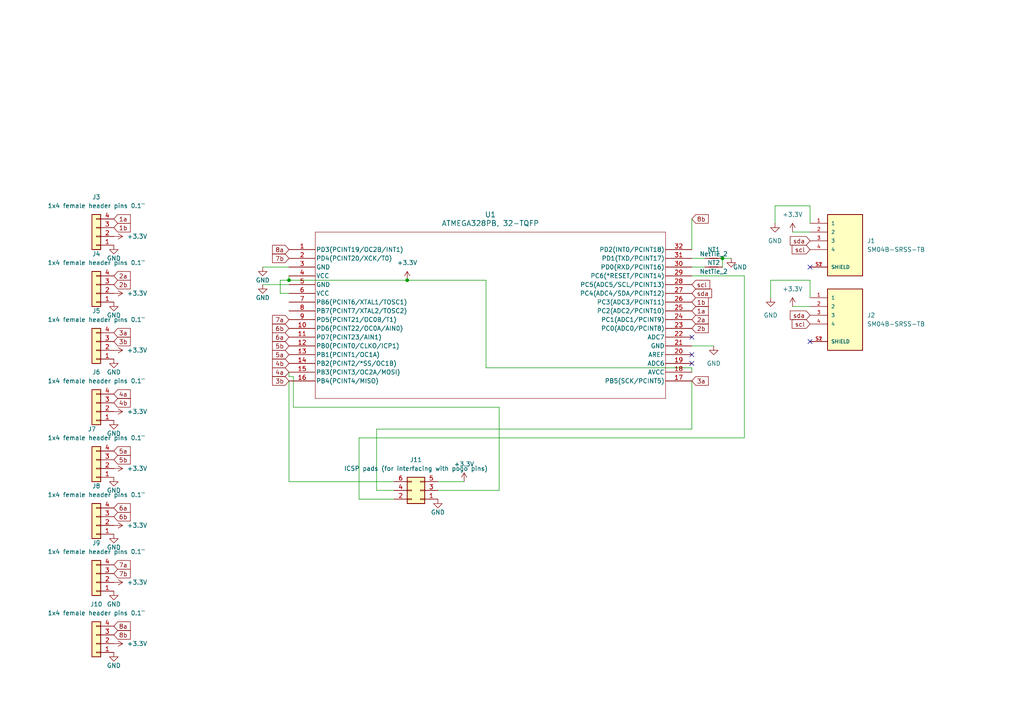
<source format=kicad_sch>
(kicad_sch (version 20230121) (generator eeschema)
  (paper "A4")
  (lib_symbols
    (symbol "Connector_Generic:Conn_01x04" (pin_names (offset 1.016) hide)
      (property "Reference" "J" (at 0 5.08 0))
      (property "Value" "Conn_01x04" (at 0 -7.62 0))
      (symbol "Conn_01x04_1_1"
        (rectangle (start -1.27 -4.953) (end 0 -5.207) (stroke (width 0.1524)))
        (rectangle (start -1.27 -2.413) (end 0 -2.667) (stroke (width 0.1524)))
        (rectangle (start -1.27 0.127) (end 0 -0.127) (stroke (width 0.1524)))
        (rectangle (start -1.27 2.667) (end 0 2.413) (stroke (width 0.1524)))
        (rectangle (start -1.27 3.81) (end 1.27 -6.35) (stroke (width 0.254)) (fill (type background)))
        (pin passive line (at -5.08 2.54 0) (length 3.81) (name "Pin_1") (number "1"))
        (pin passive line (at -5.08 0 0) (length 3.81) (name "Pin_2") (number "2"))
        (pin passive line (at -5.08 -2.54 0) (length 3.81) (name "Pin_3") (number "3"))
        (pin passive line (at -5.08 -5.08 0) (length 3.81) (name "Pin_4") (number "4"))
      )
    )
    (symbol "Connector_Generic:Conn_02x03_Odd_Even" (pin_names (offset 1.016) hide)
      (property "Reference" "J" (at 1.27 5.08 0))
      (property "Value" "Conn_02x03_Odd_Even" (at 1.27 -5.08 0))
      (symbol "Conn_02x03_Odd_Even_1_1"
        (rectangle (start -1.27 -2.413) (end 0 -2.667) (stroke (width 0.1524)))
        (rectangle (start -1.27 0.127) (end 0 -0.127) (stroke (width 0.1524)))
        (rectangle (start -1.27 2.667) (end 0 2.413) (stroke (width 0.1524)))
        (rectangle (start -1.27 3.81) (end 3.81 -3.81) (stroke (width 0.254)) (fill (type background)))
        (rectangle (start 3.81 -2.413) (end 2.54 -2.667) (stroke (width 0.1524)))
        (rectangle (start 3.81 0.127) (end 2.54 -0.127) (stroke (width 0.1524)))
        (rectangle (start 3.81 2.667) (end 2.54 2.413) (stroke (width 0.1524)))
        (pin passive line (at -5.08 2.54 0) (length 3.81) (name "Pin_1") (number "1"))
        (pin passive line (at 7.62 2.54 180) (length 3.81) (name "Pin_2") (number "2"))
        (pin passive line (at -5.08 0 0) (length 3.81) (name "Pin_3") (number "3"))
        (pin passive line (at 7.62 0 180) (length 3.81) (name "Pin_4") (number "4"))
        (pin passive line (at -5.08 -2.54 0) (length 3.81) (name "Pin_5") (number "5"))
        (pin passive line (at 7.62 -2.54 180) (length 3.81) (name "Pin_6") (number "6"))
      )
    )
    (symbol "Device:NetTie_2" (pin_numbers hide) (pin_names (offset 0) hide) (in_bom no)
      (property "Reference" "NT" (at 0 1.27 0))
      (property "Value" "NetTie_2" (at 0 -1.27 0))
      (symbol "NetTie_2_0_1"
        (polyline (pts (xy -1.27 0) (xy 1.27 0)) (stroke (width 0.254)))
      )
      (symbol "NetTie_2_1_1"
        (pin passive line (at -2.54 0 0) (length 2.54) (name "1") (number "1"))
        (pin passive line (at 2.54 0 180) (length 2.54) (name "2") (number "2"))
      )
    )
    (symbol "parts:ATMEGA328P-AU" (pin_names (offset 0.254))
      (property "Reference" "U" (at 58.42 10.16 0))
      (property "Value" "ATMEGA328P-AU" (at 58.42 7.62 0))
      (symbol "ATMEGA328P-AU_0_1"
        (polyline (pts (xy 7.62 -43.18) (xy 109.22 -43.18)) (stroke (width 0.127)))
        (polyline (pts (xy 7.62 5.08) (xy 7.62 -43.18)) (stroke (width 0.127)))
        (polyline (pts (xy 109.22 -43.18) (xy 109.22 5.08)) (stroke (width 0.127)))
        (polyline (pts (xy 109.22 5.08) (xy 7.62 5.08)) (stroke (width 0.127)))
        (pin bidirectional line (at 0 0 0) (length 7.62) (name "PD3(PCINT19/OC2B/INT1)") (number "1"))
        (pin bidirectional line (at 0 -22.86 0) (length 7.62) (name "PD6(PCINT22/OC0A/AIN0)") (number "10"))
        (pin input line (at 0 -25.4 0) (length 7.62) (name "PD7(PCINT23/AIN1)") (number "11"))
        (pin bidirectional line (at 0 -27.94 0) (length 7.62) (name "PB0(PCINT0/CLKO/ICP1)") (number "12"))
        (pin bidirectional line (at 0 -30.48 0) (length 7.62) (name "PB1(PCINT1/OC1A)") (number "13"))
        (pin bidirectional line (at 0 -33.02 0) (length 7.62) (name "PB2(PCINT2/*SS/OC1B)") (number "14"))
        (pin bidirectional line (at 0 -35.56 0) (length 7.62) (name "PB3(PCINT3/OC2A/MOSI)") (number "15"))
        (pin bidirectional line (at 0 -38.1 0) (length 7.62) (name "PB4(PCINT4/MISO)") (number "16"))
        (pin bidirectional line (at 116.84 -38.1 180) (length 7.62) (name "PB5(SCK/PCINT5)") (number "17"))
        (pin power_in line (at 116.84 -35.56 180) (length 7.62) (name "AVCC") (number "18"))
        (pin unspecified line (at 116.84 -33.02 180) (length 7.62) (name "ADC6") (number "19"))
        (pin bidirectional line (at 0 -2.54 0) (length 7.62) (name "PD4(PCINT20/XCK/T0)") (number "2"))
        (pin power_in line (at 116.84 -30.48 180) (length 7.62) (name "AREF") (number "20"))
        (pin power_out line (at 116.84 -27.94 180) (length 7.62) (name "GND") (number "21"))
        (pin unspecified line (at 116.84 -25.4 180) (length 7.62) (name "ADC7") (number "22"))
        (pin bidirectional line (at 116.84 -22.86 180) (length 7.62) (name "PC0(ADC0/PCINT8)") (number "23"))
        (pin bidirectional line (at 116.84 -20.32 180) (length 7.62) (name "PC1(ADC1/PCINT9)") (number "24"))
        (pin bidirectional line (at 116.84 -17.78 180) (length 7.62) (name "PC2(ADC2/PCINT10)") (number "25"))
        (pin bidirectional line (at 116.84 -15.24 180) (length 7.62) (name "PC3(ADC3/PCINT11)") (number "26"))
        (pin bidirectional line (at 116.84 -12.7 180) (length 7.62) (name "PC4(ADC4/SDA/PCINT12)") (number "27"))
        (pin bidirectional line (at 116.84 -10.16 180) (length 7.62) (name "PC5(ADC5/SCL/PCINT13)") (number "28"))
        (pin bidirectional line (at 116.84 -7.62 180) (length 7.62) (name "PC6(*RESET/PCINT14)") (number "29"))
        (pin power_out line (at 0 -5.08 0) (length 7.62) (name "GND") (number "3"))
        (pin bidirectional line (at 116.84 -5.08 180) (length 7.62) (name "PD0(RXD/PCINT16)") (number "30"))
        (pin bidirectional line (at 116.84 -2.54 180) (length 7.62) (name "PD1(TXD/PCINT17)") (number "31"))
        (pin bidirectional line (at 116.84 0 180) (length 7.62) (name "PD2(INT0/PCINT18)") (number "32"))
        (pin power_in line (at 0 -7.62 0) (length 7.62) (name "VCC") (number "4"))
        (pin power_out line (at 0 -10.16 0) (length 7.62) (name "GND") (number "5"))
        (pin power_in line (at 0 -12.7 0) (length 7.62) (name "VCC") (number "6"))
        (pin bidirectional line (at 0 -15.24 0) (length 7.62) (name "PB6(PCINT6/XTAL1/TOSC1)") (number "7"))
        (pin bidirectional line (at 0 -17.78 0) (length 7.62) (name "PB7(PCINT7/XTAL2/TOSC2)") (number "8"))
        (pin bidirectional line (at 0 -20.32 0) (length 7.62) (name "PD5(PCINT21/OC0B/T1)") (number "9"))
      )
    )
    (symbol "parts:BM04B-SRSS-TB_LF__SN_" (pin_names (offset 1.016))
      (property "Reference" "J" (at -5.08 10.922 0))
      (property "Value" "BM04B-SRSS-TB_LF__SN_" (at -5.08 -10.16 0))
      (symbol "BM04B-SRSS-TB_LF__SN__0_0"
        (rectangle (start -5.08 10.16) (end 5.08 -7.62) (stroke (width 0.254)) (fill (type background)))
        (pin passive line (at -10.16 7.62 0) (length 5.08) (name "1") (number "1"))
        (pin passive line (at -10.16 5.08 0) (length 5.08) (name "2") (number "2"))
        (pin passive line (at -10.16 2.54 0) (length 5.08) (name "3") (number "3"))
        (pin passive line (at -10.16 0 0) (length 5.08) (name "4") (number "4"))
        (pin passive line (at -10.16 -5.08 0) (length 5.08) (name "SHIELD") (number "S1"))
        (pin passive line (at -10.16 -5.08 0) (length 5.08) (name "SHIELD") (number "S2"))
      )
    )
    (symbol "power:+3.3V" (power) (pin_names (offset 0))
      (property "Value" "+3.3V" (at 0 3.556 0))
      (symbol "+3.3V_0_1"
        (polyline (pts (xy -0.762 1.27) (xy 0 2.54)))
        (polyline (pts (xy 0 0) (xy 0 2.54)))
        (polyline (pts (xy 0 2.54) (xy 0.762 1.27)))
      )
      (symbol "+3.3V_1_1"
        (pin power_in line (at 0 0 90) (length 0) hide (name "+3.3V") (number "1"))
      )
    )
    (symbol "power:GND" (power) (pin_names (offset 0))
      (property "Value" "GND" (at 0 -3.81 0))
      (symbol "GND_0_1"
        (polyline (pts (xy 0 0) (xy 0 -1.27) (xy 1.27 -1.27) (xy 0 -2.54) (xy -1.27 -1.27) (xy 0 -1.27)))
      )
      (symbol "GND_1_1"
        (pin power_in line (at 0 0 270) (length 0) hide (name "GND") (number "1"))
      )
    )
  )
  (junction (at 118.11 81.28))
  (junction (at 209.55 74.93))
  (junction (at 83.82 81.28))
  (no_connect (at 234.95 99.06))
  (no_connect (at 200.66 97.79))
  (no_connect (at 200.66 102.87))
  (no_connect (at 200.66 105.41))
  (no_connect (at 234.95 77.47))
  (wire (pts (xy 114.3 142.24) (xy 109.22 142.24)))
  (wire (pts (xy 104.14 127) (xy 104.14 144.78)))
  (wire (pts (xy 200.66 63.5) (xy 200.66 72.39)))
  (wire (pts (xy 229.87 88.9) (xy 234.95 88.9)))
  (wire (pts (xy 200.66 106.68) (xy 140.97 106.68)))
  (wire (pts (xy 234.95 81.28) (xy 234.95 86.36)))
  (wire (pts (xy 81.28 85.09) (xy 81.28 81.28)))
  (wire (pts (xy 209.55 74.93) (xy 209.55 77.47)))
  (wire (pts (xy 104.14 144.78) (xy 114.3 144.78)))
  (wire (pts (xy 127 142.24) (xy 144.78 142.24)))
  (wire (pts (xy 144.78 118.11) (xy 85.09 118.11)))
  (wire (pts (xy 83.82 81.28) (xy 83.82 80.01)))
  (wire (pts (xy 85.09 109.22) (xy 83.82 109.22)))
  (wire (pts (xy 83.82 139.7) (xy 83.82 110.49)))
  (wire (pts (xy 144.78 142.24) (xy 144.78 118.11)))
  (wire (pts (xy 234.95 59.69) (xy 234.95 64.77)))
  (wire (pts (xy 200.66 77.47) (xy 204.47 77.47)))
  (wire (pts (xy 209.55 74.93) (xy 212.09 74.93)))
  (wire (pts (xy 224.79 59.69) (xy 224.79 64.77)))
  (wire (pts (xy 200.66 107.95) (xy 200.66 106.68)))
  (wire (pts (xy 200.66 80.01) (xy 215.9 80.01)))
  (wire (pts (xy 224.79 59.69) (xy 234.95 59.69)))
  (wire (pts (xy 83.82 85.09) (xy 81.28 85.09)))
  (wire (pts (xy 229.87 67.31) (xy 234.95 67.31)))
  (wire (pts (xy 83.82 107.95) (xy 83.82 109.22)))
  (wire (pts (xy 76.2 82.55) (xy 83.82 82.55)))
  (wire (pts (xy 114.3 139.7) (xy 83.82 139.7)))
  (wire (pts (xy 85.09 118.11) (xy 85.09 109.22)))
  (wire (pts (xy 127 139.7) (xy 134.62 139.7)))
  (wire (pts (xy 118.11 81.28) (xy 83.82 81.28)))
  (wire (pts (xy 109.22 124.46) (xy 200.66 124.46)))
  (wire (pts (xy 140.97 106.68) (xy 140.97 81.28)))
  (wire (pts (xy 76.2 77.47) (xy 83.82 77.47)))
  (wire (pts (xy 223.52 81.28) (xy 223.52 86.36)))
  (wire (pts (xy 109.22 142.24) (xy 109.22 124.46)))
  (wire (pts (xy 200.66 74.93) (xy 204.47 74.93)))
  (wire (pts (xy 223.52 81.28) (xy 234.95 81.28)))
  (wire (pts (xy 104.14 127) (xy 215.9 127)))
  (wire (pts (xy 215.9 80.01) (xy 215.9 127)))
  (wire (pts (xy 200.66 124.46) (xy 200.66 110.49)))
  (wire (pts (xy 81.28 81.28) (xy 83.82 81.28)))
  (wire (pts (xy 140.97 81.28) (xy 118.11 81.28)))
  (wire (pts (xy 200.66 100.33) (xy 207.01 100.33)))
  (global_label "4a" (shape input) (at 33.02 114.3 0) (property "Intersheetrefs" "${INTERSHEET_REFS}" (effects hide)))
  (global_label "3a" (shape input) (at 200.66 110.49 0) (property "Intersheetrefs" "${INTERSHEET_REFS}" (effects hide)))
  (global_label "7b" (shape input) (at 33.02 166.37 0) (property "Intersheetrefs" "${INTERSHEET_REFS}" (effects hide)))
  (global_label "4b" (shape input) (at 33.02 116.84 0) (property "Intersheetrefs" "${INTERSHEET_REFS}" (effects hide)))
  (global_label "6b" (shape input) (at 33.02 149.86 0) (property "Intersheetrefs" "${INTERSHEET_REFS}" (effects hide)))
  (global_label "2b" (shape input) (at 33.02 82.55 0) (property "Intersheetrefs" "${INTERSHEET_REFS}" (effects hide)))
  (global_label "1b" (shape input) (at 33.02 66.04 0) (property "Intersheetrefs" "${INTERSHEET_REFS}" (effects hide)))
  (global_label "7b" (shape input) (at 83.82 74.93 180) (property "Intersheetrefs" "${INTERSHEET_REFS}" (effects hide)))
  (global_label "2b" (shape input) (at 200.66 95.25 0) (property "Intersheetrefs" "${INTERSHEET_REFS}" (effects hide)))
  (global_label "5a" (shape input) (at 33.02 130.81 0) (property "Intersheetrefs" "${INTERSHEET_REFS}" (effects hide)))
  (global_label "8b" (shape input) (at 200.66 63.5 0) (property "Intersheetrefs" "${INTERSHEET_REFS}" (effects hide)))
  (global_label "7a" (shape input) (at 83.82 92.71 180) (property "Intersheetrefs" "${INTERSHEET_REFS}" (effects hide)))
  (global_label "5a" (shape input) (at 83.82 102.87 180) (property "Intersheetrefs" "${INTERSHEET_REFS}" (effects hide)))
  (global_label "2a" (shape input) (at 200.66 92.71 0) (property "Intersheetrefs" "${INTERSHEET_REFS}" (effects hide)))
  (global_label "4a" (shape input) (at 83.82 107.95 180) (property "Intersheetrefs" "${INTERSHEET_REFS}" (effects hide)))
  (global_label "2a" (shape input) (at 33.02 80.01 0) (property "Intersheetrefs" "${INTERSHEET_REFS}" (effects hide)))
  (global_label "6a" (shape input) (at 83.82 97.79 180) (property "Intersheetrefs" "${INTERSHEET_REFS}" (effects hide)))
  (global_label "scl" (shape input) (at 234.95 72.39 180) (property "Intersheetrefs" "${INTERSHEET_REFS}" (effects hide)))
  (global_label "8a" (shape input) (at 33.02 181.61 0) (property "Intersheetrefs" "${INTERSHEET_REFS}" (effects hide)))
  (global_label "sda" (shape input) (at 200.66 85.09 0) (property "Intersheetrefs" "${INTERSHEET_REFS}" (effects hide)))
  (global_label "4b" (shape input) (at 83.82 105.41 180) (property "Intersheetrefs" "${INTERSHEET_REFS}" (effects hide)))
  (global_label "5b" (shape input) (at 83.82 100.33 180) (property "Intersheetrefs" "${INTERSHEET_REFS}" (effects hide)))
  (global_label "3b" (shape input) (at 83.82 110.49 180) (property "Intersheetrefs" "${INTERSHEET_REFS}" (effects hide)))
  (global_label "7a" (shape input) (at 33.02 163.83 0) (property "Intersheetrefs" "${INTERSHEET_REFS}" (effects hide)))
  (global_label "sda" (shape input) (at 234.95 69.85 180) (property "Intersheetrefs" "${INTERSHEET_REFS}" (effects hide)))
  (global_label "1b" (shape input) (at 200.66 87.63 0) (property "Intersheetrefs" "${INTERSHEET_REFS}" (effects hide)))
  (global_label "3a" (shape input) (at 33.02 96.52 0) (property "Intersheetrefs" "${INTERSHEET_REFS}" (effects hide)))
  (global_label "5b" (shape input) (at 33.02 133.35 0) (property "Intersheetrefs" "${INTERSHEET_REFS}" (effects hide)))
  (global_label "3b" (shape input) (at 33.02 99.06 0) (property "Intersheetrefs" "${INTERSHEET_REFS}" (effects hide)))
  (global_label "1a" (shape input) (at 200.66 90.17 0) (property "Intersheetrefs" "${INTERSHEET_REFS}" (effects hide)))
  (global_label "sda" (shape input) (at 234.95 91.44 180) (property "Intersheetrefs" "${INTERSHEET_REFS}" (effects hide)))
  (global_label "scl" (shape input) (at 200.66 82.55 0) (property "Intersheetrefs" "${INTERSHEET_REFS}" (effects hide)))
  (global_label "6b" (shape input) (at 83.82 95.25 180) (property "Intersheetrefs" "${INTERSHEET_REFS}" (effects hide)))
  (global_label "1a" (shape input) (at 33.02 63.5 0) (property "Intersheetrefs" "${INTERSHEET_REFS}" (effects hide)))
  (global_label "8b" (shape input) (at 33.02 184.15 0) (property "Intersheetrefs" "${INTERSHEET_REFS}" (effects hide)))
  (global_label "8a" (shape input) (at 83.82 72.39 180) (property "Intersheetrefs" "${INTERSHEET_REFS}" (effects hide)))
  (global_label "scl" (shape input) (at 234.95 93.98 180) (property "Intersheetrefs" "${INTERSHEET_REFS}" (effects hide)))
  (global_label "6a" (shape input) (at 33.02 147.32 0) (property "Intersheetrefs" "${INTERSHEET_REFS}" (effects hide)))
  (symbol (lib_id "Connector_Generic:Conn_01x04") (at 27.94 101.6 180) (unit 1)
    (property "Reference" "J5" (at 27.94 90.17 0))
    (property "Value" "1x4 female header pins 0.1\"" (at 27.94 92.71 0))
    (property "Footprint" "Connector_PinSocket_2.54mm:PinSocket_1x04_P2.54mm_Vertical" (effects hide))
  )
  (symbol (lib_id "power:GND") (at 33.02 121.92 0) (unit 1)
    (property "Reference" "#PWR011" (effects hide))
    (property "Value" "GND" (at 33.02 125.73 0))
  )
  (symbol (lib_id "Connector_Generic:Conn_01x04") (at 27.94 152.4 180) (unit 1)
    (property "Reference" "J8" (at 27.94 140.97 0))
    (property "Value" "1x4 female header pins 0.1\"" (at 27.94 143.51 0))
    (property "Footprint" "Connector_PinSocket_2.54mm:PinSocket_1x04_P2.54mm_Vertical" (effects hide))
  )
  (symbol (lib_id "power:GND") (at 33.02 87.63 0) (unit 1)
    (property "Reference" "#PWR09" (effects hide))
    (property "Value" "GND" (at 33.02 91.44 0))
  )
  (symbol (lib_id "power:GND") (at 33.02 189.23 0) (unit 1)
    (property "Reference" "#PWR015" (effects hide))
    (property "Value" "GND" (at 33.02 193.04 0))
  )
  (symbol (lib_id "power:GND") (at 223.52 86.36 0) (unit 1)
    (property "Reference" "#PWR02" (effects hide))
    (property "Value" "GND" (at 223.52 91.44 0))
  )
  (symbol (lib_id "Connector_Generic:Conn_01x04") (at 27.94 135.89 180) (unit 1)
    (property "Reference" "J7" (at 26.67 124.46 0))
    (property "Value" "1x4 female header pins 0.1\"" (at 27.94 127 0))
    (property "Footprint" "Connector_PinSocket_2.54mm:PinSocket_1x04_P2.54mm_Vertical" (effects hide))
  )
  (symbol (lib_id "power:+3.3V") (at 33.02 85.09 270) (unit 1)
    (property "Reference" "#PWR022" (effects hide))
    (property "Value" "+3.3V" (at 36.83 85.09 90) (effects (justify left)))
  )
  (symbol (lib_id "power:+3.3V") (at 33.02 101.6 270) (unit 1)
    (property "Reference" "#PWR021" (effects hide))
    (property "Value" "+3.3V" (at 36.83 101.6 90) (effects (justify left)))
  )
  (symbol (lib_id "power:GND") (at 33.02 138.43 0) (unit 1)
    (property "Reference" "#PWR012" (effects hide))
    (property "Value" "GND" (at 33.02 142.24 0))
  )
  (symbol (lib_id "power:+3.3V") (at 229.87 88.9 0) (unit 1)
    (property "Reference" "#PWR07" (effects hide))
    (property "Value" "+3.3V" (at 229.87 83.82 0))
  )
  (symbol (lib_id "power:GND") (at 76.2 77.47 0) (unit 1)
    (property "Reference" "#PWR05" (effects hide))
    (property "Value" "GND" (at 76.2 81.28 0))
  )
  (symbol (lib_id "power:GND") (at 207.01 100.33 0) (unit 1)
    (property "Reference" "#PWR03" (effects hide))
    (property "Value" "GND" (at 207.01 105.41 0))
  )
  (symbol (lib_id "power:+3.3V") (at 33.02 135.89 270) (unit 1)
    (property "Reference" "#PWR019" (effects hide))
    (property "Value" "+3.3V" (at 36.83 135.89 90) (effects (justify left)))
  )
  (symbol (lib_id "Connector_Generic:Conn_01x04") (at 27.94 85.09 180) (unit 1)
    (property "Reference" "J4" (at 27.94 73.66 0))
    (property "Value" "1x4 female header pins 0.1\"" (at 27.94 76.2 0))
    (property "Footprint" "Connector_PinSocket_2.54mm:PinSocket_1x04_P2.54mm_Vertical" (effects hide))
  )
  (symbol (lib_id "parts:BM04B-SRSS-TB_LF__SN_") (at 245.11 72.39 0) (unit 1)
    (property "Reference" "J1" (at 251.46 69.85 0) (effects (justify left)))
    (property "Value" "SM04B-SRSS-TB" (at 251.46 72.39 0) (effects (justify left)))
    (property "Footprint" "parts:JST_SM04B-SRSS-TB_LF__SN_" (effects hide))
    (property "MPN" "SM04B-SRSS-TB" (effects hide))
    (property "digikey link" "455-SM04B-SRSS-TBCT-ND" (effects hide))
  )
  (symbol (lib_id "power:GND") (at 127 144.78 0) (unit 1)
    (property "Reference" "#PWR026" (effects hide))
    (property "Value" "GND" (at 127 148.59 0))
  )
  (symbol (lib_id "power:GND") (at 33.02 154.94 0) (unit 1)
    (property "Reference" "#PWR013" (effects hide))
    (property "Value" "GND" (at 33.02 158.75 0))
  )
  (symbol (lib_id "Connector_Generic:Conn_02x03_Odd_Even") (at 121.92 142.24 180) (unit 1) (in_bom no)
    (property "Reference" "J11" (at 120.65 133.35 0))
    (property "Value" "ICSP pads (for interfacing with pogo pins)" (at 120.65 135.89 0))
    (property "Footprint" "Connector_PinHeader_2.54mm:PinHeader_2x03_P2.54mm_Vertical" (effects hide))
    (property "Datasheet" "https://www.adafruit.com/product/5382" (effects hide))
    (property "MPN" "do not purchase" (effects hide))
    (property "digikey link" "do not purchase" (effects hide))
  )
  (symbol (lib_id "power:+3.3V") (at 33.02 152.4 270) (unit 1)
    (property "Reference" "#PWR018" (effects hide))
    (property "Value" "+3.3V" (at 36.83 152.4 90) (effects (justify left)))
  )
  (symbol (lib_id "power:+3.3V") (at 118.11 81.28 0) (unit 1)
    (property "Reference" "#PWR027" (effects hide))
    (property "Value" "+3.3V" (at 118.11 76.2 0))
  )
  (symbol (lib_id "Device:NetTie_2") (at 207.01 74.93 0) (unit 1) (in_bom no)
    (property "Reference" "NT1" (at 207.01 72.39 0))
    (property "Value" "NetTie_2" (at 207.01 73.66 0))
    (property "Footprint" "Jumper:SolderJumper-2_P1.3mm_Bridged_RoundedPad1.0x1.5mm" (effects hide))
    (property "Datasheet" "n/a" (effects hide))
    (property "MPN" "n/a" (effects hide))
    (property "digikey link" "n/a" (effects hide))
  )
  (symbol (lib_id "power:GND") (at 33.02 104.14 0) (unit 1)
    (property "Reference" "#PWR010" (effects hide))
    (property "Value" "GND" (at 33.02 107.95 0))
  )
  (symbol (lib_id "power:GND") (at 76.2 82.55 0) (unit 1)
    (property "Reference" "#PWR04" (effects hide))
    (property "Value" "GND" (at 76.2 86.36 0))
  )
  (symbol (lib_id "power:+3.3V") (at 33.02 186.69 270) (unit 1)
    (property "Reference" "#PWR016" (effects hide))
    (property "Value" "+3.3V" (at 36.83 186.69 90) (effects (justify left)))
  )
  (symbol (lib_id "Device:NetTie_2") (at 207.01 77.47 0) (unit 1) (in_bom no)
    (property "Reference" "NT2" (at 207.01 76.2 0))
    (property "Value" "NetTie_2" (at 207.01 78.74 0))
    (property "Footprint" "Jumper:SolderJumper-2_P1.3mm_Bridged_RoundedPad1.0x1.5mm" (effects hide))
    (property "Datasheet" "n/a" (effects hide))
    (property "MPN" "n/a" (effects hide))
    (property "digikey link" "n/a" (effects hide))
  )
  (symbol (lib_id "power:GND") (at 224.79 64.77 0) (unit 1)
    (property "Reference" "#PWR01" (effects hide))
    (property "Value" "GND" (at 224.79 69.85 0))
  )
  (symbol (lib_id "power:+3.3V") (at 33.02 119.38 270) (unit 1)
    (property "Reference" "#PWR020" (effects hide))
    (property "Value" "+3.3V" (at 36.83 119.38 90) (effects (justify left)))
  )
  (symbol (lib_id "parts:ATMEGA328P-AU") (at 83.82 72.39 0) (unit 1)
    (property "Reference" "U1" (at 142.24 62.23 0) (effects (font (size 1.524 1.524))))
    (property "Value" "ATMEGA328PB, 32-TQFP" (at 142.24 64.77 0) (effects (font (size 1.524 1.524))))
    (property "Footprint" "parts:TQFP32_32A_MCH" (effects hide))
    (property "Datasheet" "https://ww1.microchip.com/downloads/en/DeviceDoc/40001907A.pdf" (effects hide))
    (property "MPN" "ATMEGA328PB-AU" (effects hide))
    (property "digikey link" "ATMEGA328PB-AU-ND" (effects hide))
  )
  (symbol (lib_id "power:+3.3V") (at 33.02 68.58 270) (unit 1)
    (property "Reference" "#PWR023" (effects hide))
    (property "Value" "+3.3V" (at 36.83 68.58 90) (effects (justify left)))
  )
  (symbol (lib_id "power:GND") (at 33.02 71.12 0) (unit 1)
    (property "Reference" "#PWR08" (effects hide))
    (property "Value" "GND" (at 33.02 74.93 0))
  )
  (symbol (lib_id "power:+3.3V") (at 33.02 168.91 270) (unit 1)
    (property "Reference" "#PWR017" (effects hide))
    (property "Value" "+3.3V" (at 36.83 168.91 90) (effects (justify left)))
  )
  (symbol (lib_id "Connector_Generic:Conn_01x04") (at 27.94 119.38 180) (unit 1)
    (property "Reference" "J6" (at 27.94 107.95 0))
    (property "Value" "1x4 female header pins 0.1\"" (at 27.94 110.49 0))
    (property "Footprint" "Connector_PinSocket_2.54mm:PinSocket_1x04_P2.54mm_Vertical" (effects hide))
  )
  (symbol (lib_id "Connector_Generic:Conn_01x04") (at 27.94 186.69 180) (unit 1)
    (property "Reference" "J10" (at 27.94 175.26 0))
    (property "Value" "1x4 female header pins 0.1\"" (at 27.94 177.8 0))
    (property "Footprint" "Connector_PinSocket_2.54mm:PinSocket_1x04_P2.54mm_Vertical" (effects hide))
  )
  (symbol (lib_id "power:+3.3V") (at 134.62 139.7 0) (unit 1)
    (property "Reference" "#PWR028" (effects hide))
    (property "Value" "+3.3V" (at 134.62 134.62 0))
  )
  (symbol (lib_id "power:+3.3V") (at 229.87 67.31 0) (unit 1)
    (property "Reference" "#PWR06" (effects hide))
    (property "Value" "+3.3V" (at 229.87 62.23 0))
  )
  (symbol (lib_id "Connector_Generic:Conn_01x04") (at 27.94 168.91 180) (unit 1)
    (property "Reference" "J9" (at 27.94 157.48 0))
    (property "Value" "1x4 female header pins 0.1\"" (at 27.94 160.02 0))
    (property "Footprint" "Connector_PinSocket_2.54mm:PinSocket_1x04_P2.54mm_Vertical" (effects hide))
  )
  (symbol (lib_id "power:GND") (at 33.02 171.45 0) (unit 1)
    (property "Reference" "#PWR014" (effects hide))
    (property "Value" "GND" (at 33.02 175.26 0))
  )
  (symbol (lib_id "Connector_Generic:Conn_01x04") (at 27.94 68.58 180) (unit 1)
    (property "Reference" "J3" (at 27.94 57.15 0))
    (property "Value" "1x4 female header pins 0.1\"" (at 27.94 59.69 0))
    (property "Footprint" "Connector_PinSocket_2.54mm:PinSocket_1x04_P2.54mm_Vertical" (effects hide))
  )
  (symbol (lib_id "power:GND") (at 212.09 74.93 0) (unit 1)
    (property "Reference" "#PWR024" (effects hide))
    (property "Value" "GND" (at 214.63 77.47 0))
  )
  (symbol (lib_id "parts:BM04B-SRSS-TB_LF__SN_") (at 245.11 93.98 0) (unit 1)
    (property "Reference" "J2" (at 251.46 91.44 0) (effects (justify left)))
    (property "Value" "SM04B-SRSS-TB" (at 251.46 93.98 0) (effects (justify left)))
    (property "Footprint" "parts:JST_SM04B-SRSS-TB_LF__SN_" (effects hide))
    (property "MPN" "SM04B-SRSS-TB" (effects hide))
    (property "digikey link" "455-SM04B-SRSS-TBCT-ND" (effects hide))
  )
)
</source>
